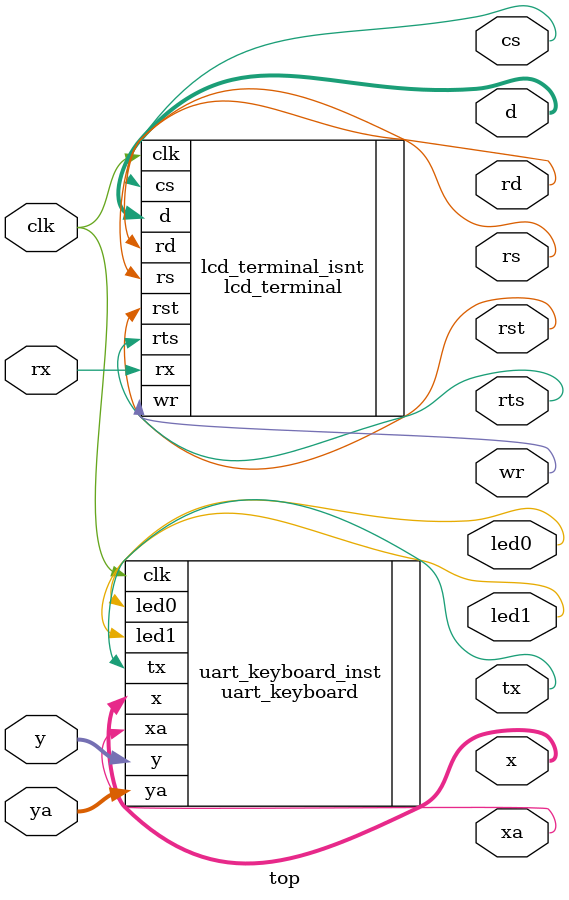
<source format=v>
`timescale 1ns / 1ps

module top
(
	input clk,
	output [4:0]x,
	input [14:0]y,
	output xa,
	input [10:0]ya,
	output led0,
	output led1,
	output tx,

	output [7:0]d,
	output rd,
	output wr,
	output rs,
	output cs,
	output rst,
	input rx,
	output rts
);
	uart_keyboard uart_keyboard_inst(
		.clk(clk),
		.x(x),
		.y(y),
		.xa(xa),
		.ya(ya),
		.led0(led0),
		.led1(led1),
		.tx(tx)
	);
	lcd_terminal lcd_terminal_isnt(
		.clk(clk),
		.d(d),
		.rd(rd),
		.wr(wr),
		.rs(rs),
		.cs(cs),
		.rst(rst),
		.rx(rx),
		.rts(rts)
	);
endmodule

</source>
